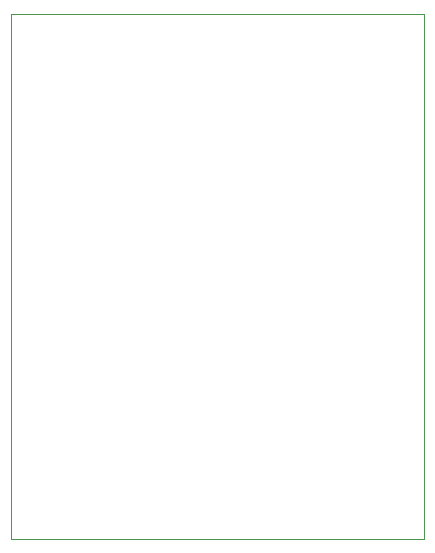
<source format=gm1>
G04 #@! TF.GenerationSoftware,KiCad,Pcbnew,(6.0.6)*
G04 #@! TF.CreationDate,2022-08-29T16:00:50+02:00*
G04 #@! TF.ProjectId,adc-board-six-channels,6164632d-626f-4617-9264-2d7369782d63,rev?*
G04 #@! TF.SameCoordinates,Original*
G04 #@! TF.FileFunction,Profile,NP*
%FSLAX46Y46*%
G04 Gerber Fmt 4.6, Leading zero omitted, Abs format (unit mm)*
G04 Created by KiCad (PCBNEW (6.0.6)) date 2022-08-29 16:00:50*
%MOMM*%
%LPD*%
G01*
G04 APERTURE LIST*
G04 #@! TA.AperFunction,Profile*
%ADD10C,0.100000*%
G04 #@! TD*
G04 APERTURE END LIST*
D10*
X75260450Y-15229600D02*
X110260450Y-15229600D01*
X110260450Y-15229600D02*
X110260450Y-59729600D01*
X110260450Y-59729600D02*
X75260450Y-59729600D01*
X75260450Y-59729600D02*
X75260450Y-15229600D01*
M02*

</source>
